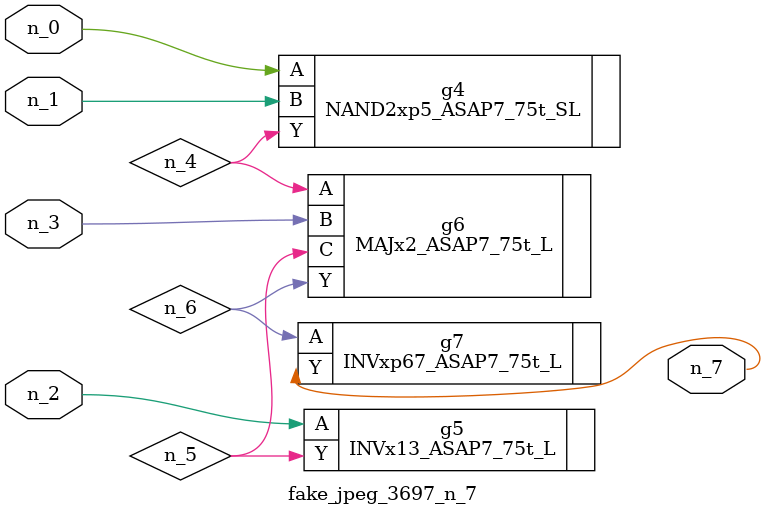
<source format=v>
module fake_jpeg_3697_n_7 (n_0, n_3, n_2, n_1, n_7);

input n_0;
input n_3;
input n_2;
input n_1;

output n_7;

wire n_4;
wire n_6;
wire n_5;

NAND2xp5_ASAP7_75t_SL g4 ( 
.A(n_0),
.B(n_1),
.Y(n_4)
);

INVx13_ASAP7_75t_L g5 ( 
.A(n_2),
.Y(n_5)
);

MAJx2_ASAP7_75t_L g6 ( 
.A(n_4),
.B(n_3),
.C(n_5),
.Y(n_6)
);

INVxp67_ASAP7_75t_L g7 ( 
.A(n_6),
.Y(n_7)
);


endmodule
</source>
